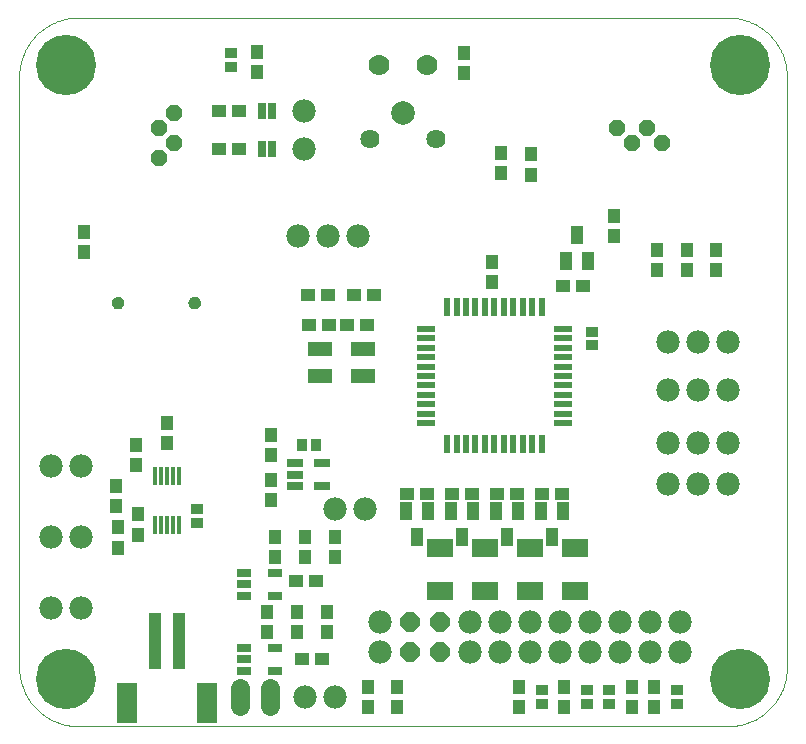
<source format=gts>
G75*
%MOIN*%
%OFA0B0*%
%FSLAX25Y25*%
%IPPOS*%
%LPD*%
%AMOC8*
5,1,8,0,0,1.08239X$1,22.5*
%
%ADD10C,0.00000*%
%ADD11R,0.04337X0.04731*%
%ADD12C,0.07000*%
%ADD13R,0.04731X0.04337*%
%ADD14R,0.05124X0.02565*%
%ADD15R,0.04337X0.18510*%
%ADD16R,0.06699X0.13786*%
%ADD17C,0.06400*%
%ADD18R,0.04337X0.05912*%
%ADD19R,0.08668X0.06306*%
%ADD20R,0.03943X0.03746*%
%ADD21C,0.07800*%
%ADD22R,0.05800X0.02600*%
%ADD23R,0.03746X0.03943*%
%ADD24C,0.06400*%
%ADD25C,0.07900*%
%ADD26R,0.02369X0.06306*%
%ADD27R,0.06306X0.02369*%
%ADD28R,0.07880X0.04731*%
%ADD29OC8,0.06400*%
%ADD30C,0.00500*%
%ADD31R,0.02900X0.05400*%
%ADD32R,0.01600X0.06300*%
%ADD33OC8,0.05400*%
%ADD34C,0.20085*%
D10*
X0105861Y0042839D02*
X0105861Y0239689D01*
X0105862Y0239689D02*
X0105868Y0240165D01*
X0105885Y0240640D01*
X0105914Y0241115D01*
X0105954Y0241589D01*
X0106006Y0242062D01*
X0106069Y0242533D01*
X0106143Y0243003D01*
X0106229Y0243471D01*
X0106326Y0243937D01*
X0106434Y0244400D01*
X0106553Y0244860D01*
X0106684Y0245318D01*
X0106825Y0245772D01*
X0106978Y0246223D01*
X0107141Y0246669D01*
X0107315Y0247112D01*
X0107500Y0247550D01*
X0107695Y0247984D01*
X0107901Y0248413D01*
X0108117Y0248837D01*
X0108343Y0249256D01*
X0108579Y0249669D01*
X0108825Y0250076D01*
X0109081Y0250477D01*
X0109347Y0250871D01*
X0109622Y0251260D01*
X0109906Y0251641D01*
X0110199Y0252015D01*
X0110501Y0252383D01*
X0110813Y0252743D01*
X0111132Y0253095D01*
X0111460Y0253439D01*
X0111797Y0253776D01*
X0112141Y0254104D01*
X0112493Y0254423D01*
X0112853Y0254735D01*
X0113221Y0255037D01*
X0113595Y0255330D01*
X0113976Y0255614D01*
X0114365Y0255889D01*
X0114759Y0256155D01*
X0115160Y0256411D01*
X0115567Y0256657D01*
X0115980Y0256893D01*
X0116399Y0257119D01*
X0116823Y0257335D01*
X0117252Y0257541D01*
X0117686Y0257736D01*
X0118124Y0257921D01*
X0118567Y0258095D01*
X0119013Y0258258D01*
X0119464Y0258411D01*
X0119918Y0258552D01*
X0120376Y0258683D01*
X0120836Y0258802D01*
X0121299Y0258910D01*
X0121765Y0259007D01*
X0122233Y0259093D01*
X0122703Y0259167D01*
X0123174Y0259230D01*
X0123647Y0259282D01*
X0124121Y0259322D01*
X0124596Y0259351D01*
X0125071Y0259368D01*
X0125547Y0259374D01*
X0342082Y0259374D01*
X0342558Y0259368D01*
X0343033Y0259351D01*
X0343508Y0259322D01*
X0343982Y0259282D01*
X0344455Y0259230D01*
X0344926Y0259167D01*
X0345396Y0259093D01*
X0345864Y0259007D01*
X0346330Y0258910D01*
X0346793Y0258802D01*
X0347253Y0258683D01*
X0347711Y0258552D01*
X0348165Y0258411D01*
X0348616Y0258258D01*
X0349062Y0258095D01*
X0349505Y0257921D01*
X0349943Y0257736D01*
X0350377Y0257541D01*
X0350806Y0257335D01*
X0351230Y0257119D01*
X0351649Y0256893D01*
X0352062Y0256657D01*
X0352469Y0256411D01*
X0352870Y0256155D01*
X0353264Y0255889D01*
X0353653Y0255614D01*
X0354034Y0255330D01*
X0354408Y0255037D01*
X0354776Y0254735D01*
X0355136Y0254423D01*
X0355488Y0254104D01*
X0355832Y0253776D01*
X0356169Y0253439D01*
X0356497Y0253095D01*
X0356816Y0252743D01*
X0357128Y0252383D01*
X0357430Y0252015D01*
X0357723Y0251641D01*
X0358007Y0251260D01*
X0358282Y0250871D01*
X0358548Y0250477D01*
X0358804Y0250076D01*
X0359050Y0249669D01*
X0359286Y0249256D01*
X0359512Y0248837D01*
X0359728Y0248413D01*
X0359934Y0247984D01*
X0360129Y0247550D01*
X0360314Y0247112D01*
X0360488Y0246669D01*
X0360651Y0246223D01*
X0360804Y0245772D01*
X0360945Y0245318D01*
X0361076Y0244860D01*
X0361195Y0244400D01*
X0361303Y0243937D01*
X0361400Y0243471D01*
X0361486Y0243003D01*
X0361560Y0242533D01*
X0361623Y0242062D01*
X0361675Y0241589D01*
X0361715Y0241115D01*
X0361744Y0240640D01*
X0361761Y0240165D01*
X0361767Y0239689D01*
X0361767Y0042839D01*
X0361761Y0042363D01*
X0361744Y0041888D01*
X0361715Y0041413D01*
X0361675Y0040939D01*
X0361623Y0040466D01*
X0361560Y0039995D01*
X0361486Y0039525D01*
X0361400Y0039057D01*
X0361303Y0038591D01*
X0361195Y0038128D01*
X0361076Y0037668D01*
X0360945Y0037210D01*
X0360804Y0036756D01*
X0360651Y0036305D01*
X0360488Y0035859D01*
X0360314Y0035416D01*
X0360129Y0034978D01*
X0359934Y0034544D01*
X0359728Y0034115D01*
X0359512Y0033691D01*
X0359286Y0033272D01*
X0359050Y0032859D01*
X0358804Y0032452D01*
X0358548Y0032051D01*
X0358282Y0031657D01*
X0358007Y0031268D01*
X0357723Y0030887D01*
X0357430Y0030513D01*
X0357128Y0030145D01*
X0356816Y0029785D01*
X0356497Y0029433D01*
X0356169Y0029089D01*
X0355832Y0028752D01*
X0355488Y0028424D01*
X0355136Y0028105D01*
X0354776Y0027793D01*
X0354408Y0027491D01*
X0354034Y0027198D01*
X0353653Y0026914D01*
X0353264Y0026639D01*
X0352870Y0026373D01*
X0352469Y0026117D01*
X0352062Y0025871D01*
X0351649Y0025635D01*
X0351230Y0025409D01*
X0350806Y0025193D01*
X0350377Y0024987D01*
X0349943Y0024792D01*
X0349505Y0024607D01*
X0349062Y0024433D01*
X0348616Y0024270D01*
X0348165Y0024117D01*
X0347711Y0023976D01*
X0347253Y0023845D01*
X0346793Y0023726D01*
X0346330Y0023618D01*
X0345864Y0023521D01*
X0345396Y0023435D01*
X0344926Y0023361D01*
X0344455Y0023298D01*
X0343982Y0023246D01*
X0343508Y0023206D01*
X0343033Y0023177D01*
X0342558Y0023160D01*
X0342082Y0023154D01*
X0125547Y0023154D01*
X0125071Y0023160D01*
X0124596Y0023177D01*
X0124121Y0023206D01*
X0123647Y0023246D01*
X0123174Y0023298D01*
X0122703Y0023361D01*
X0122233Y0023435D01*
X0121765Y0023521D01*
X0121299Y0023618D01*
X0120836Y0023726D01*
X0120376Y0023845D01*
X0119918Y0023976D01*
X0119464Y0024117D01*
X0119013Y0024270D01*
X0118567Y0024433D01*
X0118124Y0024607D01*
X0117686Y0024792D01*
X0117252Y0024987D01*
X0116823Y0025193D01*
X0116399Y0025409D01*
X0115980Y0025635D01*
X0115567Y0025871D01*
X0115160Y0026117D01*
X0114759Y0026373D01*
X0114365Y0026639D01*
X0113976Y0026914D01*
X0113595Y0027198D01*
X0113221Y0027491D01*
X0112853Y0027793D01*
X0112493Y0028105D01*
X0112141Y0028424D01*
X0111797Y0028752D01*
X0111460Y0029089D01*
X0111132Y0029433D01*
X0110813Y0029785D01*
X0110501Y0030145D01*
X0110199Y0030513D01*
X0109906Y0030887D01*
X0109622Y0031268D01*
X0109347Y0031657D01*
X0109081Y0032051D01*
X0108825Y0032452D01*
X0108579Y0032859D01*
X0108343Y0033272D01*
X0108117Y0033691D01*
X0107901Y0034115D01*
X0107695Y0034544D01*
X0107500Y0034978D01*
X0107315Y0035416D01*
X0107141Y0035859D01*
X0106978Y0036305D01*
X0106825Y0036756D01*
X0106684Y0037210D01*
X0106553Y0037668D01*
X0106434Y0038128D01*
X0106326Y0038591D01*
X0106229Y0039057D01*
X0106143Y0039525D01*
X0106069Y0039995D01*
X0106006Y0040466D01*
X0105954Y0040939D01*
X0105914Y0041413D01*
X0105885Y0041888D01*
X0105868Y0042363D01*
X0105862Y0042839D01*
D11*
X0138657Y0082740D03*
X0138657Y0089433D03*
X0138263Y0096421D03*
X0138263Y0103114D03*
X0144775Y0110378D03*
X0144775Y0117071D03*
X0155094Y0117484D03*
X0155094Y0124177D03*
X0145369Y0093764D03*
X0145369Y0087071D03*
X0188499Y0061303D03*
X0188499Y0054610D03*
X0198499Y0054610D03*
X0198499Y0061303D03*
X0208499Y0061303D03*
X0208499Y0054610D03*
X0222003Y0036343D03*
X0222003Y0029650D03*
X0231846Y0029650D03*
X0231846Y0036343D03*
X0272594Y0036303D03*
X0272594Y0029610D03*
X0287594Y0029610D03*
X0287594Y0036303D03*
X0310094Y0036303D03*
X0310094Y0029610D03*
X0317594Y0029610D03*
X0317594Y0036303D03*
X0210999Y0079610D03*
X0210999Y0086303D03*
X0200999Y0086303D03*
X0200999Y0079610D03*
X0190999Y0079610D03*
X0190999Y0086303D03*
X0189917Y0098705D03*
X0189917Y0105398D03*
X0189917Y0113705D03*
X0189917Y0120398D03*
X0127318Y0181224D03*
X0127318Y0187917D03*
X0185212Y0241185D03*
X0185212Y0247878D03*
X0254188Y0247563D03*
X0254188Y0240870D03*
X0266334Y0214157D03*
X0266334Y0207465D03*
X0276334Y0207071D03*
X0276334Y0213764D03*
X0304247Y0193114D03*
X0304247Y0186421D03*
X0318460Y0182012D03*
X0318460Y0175319D03*
X0328302Y0175319D03*
X0328302Y0182012D03*
X0338145Y0182012D03*
X0338145Y0175319D03*
X0263342Y0178075D03*
X0263342Y0171382D03*
D12*
X0241688Y0243626D03*
X0225940Y0243626D03*
D13*
X0179208Y0228154D03*
X0172515Y0228154D03*
X0172515Y0215654D03*
X0179208Y0215654D03*
X0202102Y0166894D03*
X0208795Y0166894D03*
X0217495Y0166894D03*
X0224188Y0166894D03*
X0221688Y0156894D03*
X0214995Y0156894D03*
X0209188Y0156894D03*
X0202495Y0156894D03*
X0235153Y0100457D03*
X0241846Y0100457D03*
X0250153Y0100457D03*
X0256846Y0100457D03*
X0265153Y0100457D03*
X0271846Y0100457D03*
X0280153Y0100457D03*
X0286846Y0100457D03*
X0286964Y0169925D03*
X0293657Y0169925D03*
X0204846Y0071457D03*
X0198153Y0071457D03*
X0200153Y0045457D03*
X0206846Y0045457D03*
D14*
X0191118Y0049197D03*
X0191118Y0041717D03*
X0180881Y0041717D03*
X0180881Y0045457D03*
X0180881Y0049197D03*
X0180881Y0066717D03*
X0180881Y0070457D03*
X0180881Y0074197D03*
X0191118Y0074197D03*
X0191118Y0066717D03*
D15*
X0159011Y0051500D03*
X0151137Y0051500D03*
D16*
X0141688Y0031028D03*
X0168460Y0031028D03*
D17*
X0179602Y0029996D02*
X0179602Y0035996D01*
X0189602Y0035996D02*
X0189602Y0029996D01*
D18*
X0238499Y0086126D03*
X0234759Y0094787D03*
X0242239Y0094787D03*
X0249759Y0094787D03*
X0257239Y0094787D03*
X0264759Y0094787D03*
X0272239Y0094787D03*
X0279759Y0094787D03*
X0287239Y0094787D03*
X0283499Y0086126D03*
X0268499Y0086126D03*
X0253499Y0086126D03*
X0288007Y0178094D03*
X0295487Y0178094D03*
X0291747Y0186756D03*
D19*
X0290999Y0082543D03*
X0290999Y0068370D03*
X0275999Y0068370D03*
X0275999Y0082543D03*
X0260999Y0082543D03*
X0260999Y0068370D03*
X0245999Y0068370D03*
X0245999Y0082543D03*
D20*
X0280094Y0035240D03*
X0280094Y0030673D03*
X0295094Y0030673D03*
X0295094Y0035240D03*
X0302594Y0035240D03*
X0302594Y0030673D03*
X0325094Y0030673D03*
X0325094Y0035240D03*
X0296747Y0150142D03*
X0296747Y0154709D03*
X0176570Y0243035D03*
X0176570Y0247602D03*
X0165094Y0095614D03*
X0165094Y0091047D03*
D21*
X0126610Y0086146D03*
X0116610Y0086146D03*
X0116610Y0109768D03*
X0126610Y0109768D03*
X0126610Y0062524D03*
X0116610Y0062524D03*
X0200980Y0032996D03*
X0210980Y0032996D03*
X0225999Y0047957D03*
X0225999Y0057957D03*
X0255999Y0057957D03*
X0265999Y0057957D03*
X0265999Y0047957D03*
X0255999Y0047957D03*
X0275999Y0047957D03*
X0275999Y0057957D03*
X0285999Y0057957D03*
X0285999Y0047957D03*
X0295999Y0047957D03*
X0295999Y0057957D03*
X0305999Y0057957D03*
X0315999Y0057957D03*
X0315999Y0047957D03*
X0305999Y0047957D03*
X0325999Y0047957D03*
X0325999Y0057957D03*
X0322239Y0103862D03*
X0332239Y0103862D03*
X0342239Y0103862D03*
X0342239Y0117642D03*
X0332239Y0117642D03*
X0322239Y0117642D03*
X0322239Y0135358D03*
X0332239Y0135358D03*
X0342239Y0135358D03*
X0342239Y0151106D03*
X0332239Y0151106D03*
X0322239Y0151106D03*
X0220980Y0095496D03*
X0210980Y0095496D03*
X0208755Y0186461D03*
X0198755Y0186461D03*
X0218755Y0186461D03*
X0200861Y0215654D03*
X0200861Y0228154D03*
D22*
X0197917Y0110751D03*
X0197917Y0107051D03*
X0197917Y0103351D03*
X0206917Y0103351D03*
X0206917Y0110751D03*
D23*
X0204700Y0117051D03*
X0200133Y0117051D03*
D24*
X0222791Y0219020D03*
X0244838Y0219020D03*
D25*
X0233814Y0227484D03*
D26*
X0248499Y0162760D03*
X0251649Y0162760D03*
X0254798Y0162760D03*
X0257948Y0162760D03*
X0261098Y0162760D03*
X0264247Y0162760D03*
X0267397Y0162760D03*
X0270547Y0162760D03*
X0273696Y0162760D03*
X0276846Y0162760D03*
X0279995Y0162760D03*
X0279995Y0117091D03*
X0276846Y0117091D03*
X0273696Y0117091D03*
X0270547Y0117091D03*
X0267397Y0117091D03*
X0264247Y0117091D03*
X0261098Y0117091D03*
X0257948Y0117091D03*
X0254798Y0117091D03*
X0251649Y0117091D03*
X0248499Y0117091D03*
D27*
X0241413Y0124177D03*
X0241413Y0127327D03*
X0241413Y0130476D03*
X0241413Y0133626D03*
X0241413Y0136776D03*
X0241413Y0139925D03*
X0241413Y0143075D03*
X0241413Y0146224D03*
X0241413Y0149374D03*
X0241413Y0152524D03*
X0241413Y0155673D03*
X0287082Y0155673D03*
X0287082Y0152524D03*
X0287082Y0149374D03*
X0287082Y0146224D03*
X0287082Y0143075D03*
X0287082Y0139925D03*
X0287082Y0136776D03*
X0287082Y0133626D03*
X0287082Y0130476D03*
X0287082Y0127327D03*
X0287082Y0124177D03*
D28*
X0220625Y0139866D03*
X0220625Y0148921D03*
X0206058Y0148921D03*
X0206058Y0139866D03*
D29*
X0235999Y0057957D03*
X0235999Y0047957D03*
X0245999Y0047957D03*
X0245999Y0057957D03*
D30*
X0165429Y0162853D02*
X0165100Y0162651D01*
X0164735Y0162526D01*
X0164350Y0162486D01*
X0163969Y0162520D01*
X0163605Y0162638D01*
X0163276Y0162834D01*
X0162998Y0163099D01*
X0162787Y0163418D01*
X0162652Y0163777D01*
X0162600Y0164156D01*
X0162635Y0164557D01*
X0162759Y0164940D01*
X0162964Y0165285D01*
X0163241Y0165576D01*
X0163576Y0165799D01*
X0163952Y0165941D01*
X0164350Y0165996D01*
X0164744Y0165945D01*
X0165115Y0165808D01*
X0165447Y0165591D01*
X0165723Y0165306D01*
X0165928Y0164967D01*
X0166053Y0164591D01*
X0166090Y0164196D01*
X0166044Y0163813D01*
X0165913Y0163449D01*
X0165705Y0163124D01*
X0165429Y0162853D01*
X0165240Y0162737D02*
X0163439Y0162737D01*
X0162908Y0163235D02*
X0165776Y0163235D01*
X0166015Y0163734D02*
X0162668Y0163734D01*
X0162607Y0164232D02*
X0166087Y0164232D01*
X0166006Y0164731D02*
X0162691Y0164731D01*
X0162931Y0165229D02*
X0165769Y0165229D01*
X0165238Y0165728D02*
X0163469Y0165728D01*
X0140490Y0164196D02*
X0140444Y0163813D01*
X0140313Y0163449D01*
X0140105Y0163124D01*
X0139829Y0162853D01*
X0139500Y0162651D01*
X0139135Y0162526D01*
X0138750Y0162486D01*
X0138369Y0162520D01*
X0138005Y0162638D01*
X0137676Y0162834D01*
X0137398Y0163099D01*
X0137187Y0163418D01*
X0137052Y0163777D01*
X0137000Y0164156D01*
X0137035Y0164557D01*
X0137159Y0164940D01*
X0137364Y0165285D01*
X0137641Y0165576D01*
X0137976Y0165799D01*
X0138352Y0165941D01*
X0138750Y0165996D01*
X0139144Y0165945D01*
X0139515Y0165808D01*
X0139847Y0165591D01*
X0140123Y0165306D01*
X0140328Y0164967D01*
X0140453Y0164591D01*
X0140490Y0164196D01*
X0140487Y0164232D02*
X0137007Y0164232D01*
X0137068Y0163734D02*
X0140415Y0163734D01*
X0140176Y0163235D02*
X0137308Y0163235D01*
X0137839Y0162737D02*
X0139640Y0162737D01*
X0140406Y0164731D02*
X0137091Y0164731D01*
X0137331Y0165229D02*
X0140169Y0165229D01*
X0139638Y0165728D02*
X0137869Y0165728D01*
D31*
X0186761Y0215654D03*
X0189961Y0215654D03*
X0189961Y0228154D03*
X0186761Y0228154D03*
D32*
X0158994Y0106431D03*
X0157094Y0106431D03*
X0155094Y0106431D03*
X0153094Y0106431D03*
X0151194Y0106431D03*
X0151194Y0090231D03*
X0153094Y0090231D03*
X0155094Y0090231D03*
X0157094Y0090231D03*
X0158994Y0090231D03*
D33*
X0152574Y0212504D03*
X0157574Y0217504D03*
X0152574Y0222504D03*
X0157574Y0227504D03*
X0305054Y0222504D03*
X0310054Y0217504D03*
X0315054Y0222504D03*
X0320054Y0217504D03*
D34*
X0346019Y0243626D03*
X0346019Y0038902D03*
X0121610Y0038902D03*
X0121610Y0243626D03*
M02*

</source>
